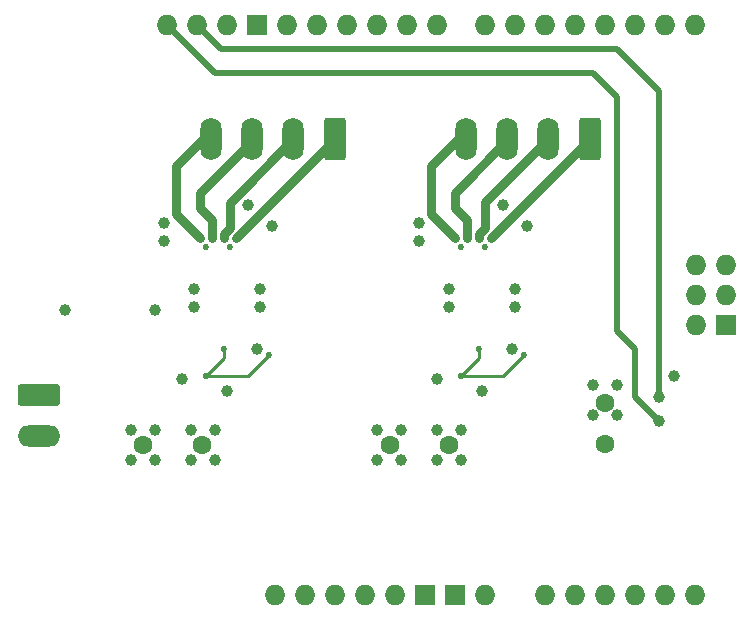
<source format=gbr>
%TF.GenerationSoftware,KiCad,Pcbnew,(7.0.0)*%
%TF.CreationDate,2023-03-01T19:42:45-06:00*%
%TF.ProjectId,TurretCtl,54757272-6574-4437-946c-2e6b69636164,rev?*%
%TF.SameCoordinates,Original*%
%TF.FileFunction,Copper,L4,Bot*%
%TF.FilePolarity,Positive*%
%FSLAX46Y46*%
G04 Gerber Fmt 4.6, Leading zero omitted, Abs format (unit mm)*
G04 Created by KiCad (PCBNEW (7.0.0)) date 2023-03-01 19:42:45*
%MOMM*%
%LPD*%
G01*
G04 APERTURE LIST*
G04 Aperture macros list*
%AMRoundRect*
0 Rectangle with rounded corners*
0 $1 Rounding radius*
0 $2 $3 $4 $5 $6 $7 $8 $9 X,Y pos of 4 corners*
0 Add a 4 corners polygon primitive as box body*
4,1,4,$2,$3,$4,$5,$6,$7,$8,$9,$2,$3,0*
0 Add four circle primitives for the rounded corners*
1,1,$1+$1,$2,$3*
1,1,$1+$1,$4,$5*
1,1,$1+$1,$6,$7*
1,1,$1+$1,$8,$9*
0 Add four rect primitives between the rounded corners*
20,1,$1+$1,$2,$3,$4,$5,0*
20,1,$1+$1,$4,$5,$6,$7,0*
20,1,$1+$1,$6,$7,$8,$9,0*
20,1,$1+$1,$8,$9,$2,$3,0*%
G04 Aperture macros list end*
%TA.AperFunction,ComponentPad*%
%ADD10RoundRect,0.250000X0.650000X1.550000X-0.650000X1.550000X-0.650000X-1.550000X0.650000X-1.550000X0*%
%TD*%
%TA.AperFunction,ComponentPad*%
%ADD11O,1.800000X3.600000*%
%TD*%
%TA.AperFunction,ComponentPad*%
%ADD12C,1.600000*%
%TD*%
%TA.AperFunction,ComponentPad*%
%ADD13RoundRect,0.250000X-1.550000X0.650000X-1.550000X-0.650000X1.550000X-0.650000X1.550000X0.650000X0*%
%TD*%
%TA.AperFunction,ComponentPad*%
%ADD14O,3.600000X1.800000*%
%TD*%
%TA.AperFunction,ComponentPad*%
%ADD15O,1.727200X1.727200*%
%TD*%
%TA.AperFunction,ComponentPad*%
%ADD16R,1.727200X1.727200*%
%TD*%
%TA.AperFunction,ViaPad*%
%ADD17C,1.000000*%
%TD*%
%TA.AperFunction,ViaPad*%
%ADD18C,0.530000*%
%TD*%
%TA.AperFunction,Conductor*%
%ADD19C,0.254000*%
%TD*%
%TA.AperFunction,Conductor*%
%ADD20C,0.508000*%
%TD*%
%TA.AperFunction,Conductor*%
%ADD21C,0.762000*%
%TD*%
G04 APERTURE END LIST*
D10*
%TO.P,J3,1,Pin_1*%
%TO.N,S2_AOUT1*%
X130810000Y-73152000D03*
D11*
%TO.P,J3,2,Pin_2*%
%TO.N,S2_AOUT2*%
X127309999Y-73151999D03*
%TO.P,J3,3,Pin_3*%
%TO.N,S2_BOUT2*%
X123809999Y-73151999D03*
%TO.P,J3,4,Pin_4*%
%TO.N,S2_BOUT1*%
X120309999Y-73151999D03*
%TD*%
D12*
%TO.P,C7,1*%
%TO.N,+12V*%
X113872000Y-99060000D03*
%TO.P,C7,2*%
%TO.N,GND*%
X118872000Y-99060000D03*
%TD*%
%TO.P,C12,1*%
%TO.N,+12V*%
X93020000Y-99060000D03*
%TO.P,C12,2*%
%TO.N,GND*%
X98020000Y-99060000D03*
%TD*%
D13*
%TO.P,J4,1,Pin_1*%
%TO.N,GND*%
X84212500Y-94825000D03*
D14*
%TO.P,J4,2,Pin_2*%
%TO.N,+12V*%
X84212499Y-98324999D03*
%TD*%
D12*
%TO.P,C15,1*%
%TO.N,+5V*%
X132080000Y-98980000D03*
%TO.P,C15,2*%
%TO.N,GND*%
X132080000Y-95480000D03*
%TD*%
D10*
%TO.P,J2,1,Pin_1*%
%TO.N,S1_AOUT1*%
X109220000Y-73152000D03*
D11*
%TO.P,J2,2,Pin_2*%
%TO.N,S1_AOUT2*%
X105719999Y-73151999D03*
%TO.P,J2,3,Pin_3*%
%TO.N,S1_BOUT2*%
X102219999Y-73151999D03*
%TO.P,J2,4,Pin_4*%
%TO.N,S1_BOUT1*%
X98719999Y-73151999D03*
%TD*%
D15*
%TO.P,XA1,*%
%TO.N,*%
X104139999Y-111759999D03*
%TO.P,XA1,3V3,3.3V*%
%TO.N,unconnected-(XA1-3.3V-Pad3V3)*%
X111759999Y-111759999D03*
%TO.P,XA1,5V1,5V*%
%TO.N,+5V*%
X114299999Y-111759999D03*
%TO.P,XA1,5V2,SPI_5V*%
%TO.N,unconnected-(XA1-SPI_5V-Pad5V2)*%
X142366999Y-83819999D03*
%TO.P,XA1,A0,A0*%
%TO.N,unconnected-(XA1-PadA0)*%
X126999999Y-111759999D03*
%TO.P,XA1,A1,A1*%
%TO.N,unconnected-(XA1-PadA1)*%
X129539999Y-111759999D03*
%TO.P,XA1,A2,A2*%
%TO.N,unconnected-(XA1-PadA2)*%
X132079999Y-111759999D03*
%TO.P,XA1,A3,A3*%
%TO.N,unconnected-(XA1-PadA3)*%
X134619999Y-111759999D03*
%TO.P,XA1,A4,A4*%
%TO.N,unconnected-(XA1-PadA4)*%
X137159999Y-111759999D03*
%TO.P,XA1,A5,A5*%
%TO.N,unconnected-(XA1-PadA5)*%
X139699999Y-111759999D03*
%TO.P,XA1,AREF,AREF*%
%TO.N,unconnected-(XA1-PadAREF)*%
X100075999Y-63499999D03*
%TO.P,XA1,D0,D0_RX0*%
%TO.N,unconnected-(XA1-D0_RX0-PadD0)*%
X139699999Y-63499999D03*
%TO.P,XA1,D1,D1_TX0*%
%TO.N,unconnected-(XA1-D1_TX0-PadD1)*%
X137159999Y-63499999D03*
%TO.P,XA1,D2,D2_INT0*%
%TO.N,S2_DIR*%
X134619999Y-63499999D03*
%TO.P,XA1,D3,D3_INT1*%
%TO.N,S2_STEP*%
X132079999Y-63499999D03*
%TO.P,XA1,D4,D4*%
%TO.N,S1_DIR*%
X129539999Y-63499999D03*
%TO.P,XA1,D5,D5*%
%TO.N,S1_STEP*%
X126999999Y-63499999D03*
%TO.P,XA1,D6,D6*%
%TO.N,unconnected-(XA1-PadD6)*%
X124459999Y-63499999D03*
%TO.P,XA1,D7,D7*%
%TO.N,unconnected-(XA1-PadD7)*%
X121919999Y-63499999D03*
%TO.P,XA1,D8,D8*%
%TO.N,unconnected-(XA1-PadD8)*%
X117855999Y-63499999D03*
%TO.P,XA1,D9,D9*%
%TO.N,unconnected-(XA1-PadD9)*%
X115315999Y-63499999D03*
%TO.P,XA1,D10,D10_CS*%
%TO.N,unconnected-(XA1-D10_CS-PadD10)*%
X112775999Y-63499999D03*
%TO.P,XA1,D11,D11*%
%TO.N,unconnected-(XA1-PadD11)*%
X110235999Y-63499999D03*
%TO.P,XA1,D12,D12*%
%TO.N,unconnected-(XA1-PadD12)*%
X107695999Y-63499999D03*
%TO.P,XA1,D13,D13*%
%TO.N,unconnected-(XA1-PadD13)*%
X105155999Y-63499999D03*
D16*
%TO.P,XA1,GND1,GND*%
%TO.N,GND*%
X102615999Y-63499999D03*
%TO.P,XA1,GND2,GND*%
X116839999Y-111759999D03*
%TO.P,XA1,GND3,GND*%
X119379999Y-111759999D03*
%TO.P,XA1,GND4,SPI_GND*%
%TO.N,unconnected-(XA1-SPI_GND-PadGND4)*%
X142366999Y-88899999D03*
D15*
%TO.P,XA1,IORF,IOREF*%
%TO.N,unconnected-(XA1-IOREF-PadIORF)*%
X106679999Y-111759999D03*
%TO.P,XA1,MISO,SPI_MISO*%
%TO.N,unconnected-(XA1-SPI_MISO-PadMISO)*%
X139826999Y-83819999D03*
%TO.P,XA1,MOSI,SPI_MOSI*%
%TO.N,unconnected-(XA1-SPI_MOSI-PadMOSI)*%
X142366999Y-86359999D03*
%TO.P,XA1,RST1,RESET*%
%TO.N,unconnected-(XA1-RESET-PadRST1)*%
X109219999Y-111759999D03*
%TO.P,XA1,RST2,SPI_RESET*%
%TO.N,unconnected-(XA1-SPI_RESET-PadRST2)*%
X139826999Y-88899999D03*
%TO.P,XA1,SCK,SPI_SCK*%
%TO.N,unconnected-(XA1-SPI_SCK-PadSCK)*%
X139826999Y-86359999D03*
%TO.P,XA1,SCL,SCL*%
%TO.N,SCL*%
X94995999Y-63499999D03*
%TO.P,XA1,SDA,SDA*%
%TO.N,SDA*%
X97535999Y-63499999D03*
%TO.P,XA1,VIN,VIN*%
%TO.N,+12V*%
X121919999Y-111759999D03*
%TD*%
D17*
%TO.N,+12V*%
X112776000Y-97790000D03*
X112776000Y-100330000D03*
X114808000Y-100330000D03*
X91948000Y-100330000D03*
X101854000Y-78740000D03*
X91948000Y-97790000D03*
X93980000Y-100330000D03*
X123444000Y-78702000D03*
X94742000Y-80264000D03*
X114808000Y-97790000D03*
X86360000Y-87630000D03*
X93980000Y-97790000D03*
X116332000Y-80226000D03*
D18*
%TO.N,GND*%
X119888000Y-82258000D03*
D17*
X124460000Y-87376000D03*
X119888000Y-100330000D03*
X102870000Y-87376000D03*
X125476000Y-80480000D03*
X117856000Y-93434000D03*
X133096000Y-96520000D03*
X96266000Y-93472000D03*
X121666000Y-94450000D03*
X94742000Y-81788000D03*
X117856000Y-100330000D03*
X124460000Y-85852000D03*
X97282000Y-87376000D03*
X102616000Y-90932000D03*
X116332000Y-81750000D03*
X137922000Y-93218000D03*
D18*
X100330000Y-82296000D03*
D17*
X103886000Y-80518000D03*
X93980000Y-87630000D03*
X100076000Y-94488000D03*
X131064000Y-93980000D03*
X97028000Y-100330000D03*
X133096000Y-93980000D03*
X119888000Y-97790000D03*
X118872000Y-85852000D03*
X117856000Y-97790000D03*
X99060000Y-100330000D03*
X124206000Y-90894000D03*
X131064000Y-96520000D03*
X102870000Y-85852000D03*
X99060000Y-97790000D03*
D18*
X98298000Y-82296000D03*
D17*
X118872000Y-87376000D03*
X97282000Y-85852000D03*
X97028000Y-97790000D03*
D18*
X121920000Y-82258000D03*
%TO.N,/Stepper1/DVDD*%
X99822000Y-90932000D03*
X103632000Y-91440000D03*
X98298000Y-93218000D03*
%TO.N,/Stepper2/DVDD*%
X125222000Y-91402000D03*
X121412000Y-90894000D03*
X119888000Y-93180000D03*
D17*
%TO.N,SCL*%
X136652000Y-97028000D03*
%TO.N,SDA*%
X136652000Y-94996000D03*
D18*
%TO.N,S1_AOUT1*%
X100838000Y-81534000D03*
%TO.N,S1_AOUT2*%
X99822000Y-81534000D03*
%TO.N,S1_BOUT2*%
X98806000Y-81534000D03*
%TO.N,S1_BOUT1*%
X97790000Y-81534000D03*
%TO.N,S2_AOUT1*%
X122428000Y-81496000D03*
%TO.N,S2_AOUT2*%
X121412000Y-81496000D03*
%TO.N,S2_BOUT2*%
X120396000Y-81496000D03*
%TO.N,S2_BOUT1*%
X119380000Y-81496000D03*
%TD*%
D19*
%TO.N,/Stepper1/DVDD*%
X98298000Y-93218000D02*
X101854000Y-93218000D01*
X98298000Y-93218000D02*
X99822000Y-91694000D01*
X99822000Y-91694000D02*
X99822000Y-90932000D01*
X101854000Y-93218000D02*
X103632000Y-91440000D01*
%TO.N,/Stepper2/DVDD*%
X121412000Y-91656000D02*
X121412000Y-90894000D01*
X119888000Y-93180000D02*
X121412000Y-91656000D01*
X119888000Y-93180000D02*
X123444000Y-93180000D01*
X123444000Y-93180000D02*
X125222000Y-91402000D01*
D20*
%TO.N,SCL*%
X134620000Y-94996000D02*
X136652000Y-97028000D01*
X134620000Y-90932000D02*
X134620000Y-94996000D01*
X133096000Y-89408000D02*
X134620000Y-90932000D01*
X99060000Y-67564000D02*
X131064000Y-67564000D01*
X94996000Y-63500000D02*
X99060000Y-67564000D01*
X133096000Y-69596000D02*
X133096000Y-89408000D01*
X131064000Y-67564000D02*
X133096000Y-69596000D01*
%TO.N,SDA*%
X136652000Y-94996000D02*
X136652000Y-69088000D01*
X99568000Y-65532000D02*
X97536000Y-63500000D01*
X136652000Y-69088000D02*
X133096000Y-65532000D01*
X133096000Y-65532000D02*
X99568000Y-65532000D01*
D21*
%TO.N,S1_AOUT1*%
X100838000Y-81534000D02*
X109220000Y-73152000D01*
%TO.N,S1_AOUT2*%
X99822000Y-81189526D02*
X100330000Y-80681526D01*
X99822000Y-81534000D02*
X99822000Y-81189526D01*
X100330000Y-80681526D02*
X100330000Y-78542000D01*
X100330000Y-78542000D02*
X105720000Y-73152000D01*
%TO.N,S1_BOUT2*%
X98806000Y-81534000D02*
X98806000Y-80010000D01*
X102220000Y-73294000D02*
X102220000Y-73152000D01*
X98806000Y-80010000D02*
X97790000Y-78994000D01*
X97790000Y-78994000D02*
X97790000Y-77724000D01*
X97790000Y-77724000D02*
X102220000Y-73294000D01*
%TO.N,S1_BOUT1*%
X98044000Y-73152000D02*
X98720000Y-73152000D01*
X95758000Y-79502000D02*
X95758000Y-75438000D01*
X97790000Y-81534000D02*
X95758000Y-79502000D01*
X95758000Y-75438000D02*
X98044000Y-73152000D01*
%TO.N,S2_AOUT1*%
X122428000Y-81496000D02*
X130810000Y-73114000D01*
%TO.N,S2_AOUT2*%
X121920000Y-80643526D02*
X121920000Y-78504000D01*
X121412000Y-81151526D02*
X121920000Y-80643526D01*
X121920000Y-78504000D02*
X127310000Y-73114000D01*
X121412000Y-81496000D02*
X121412000Y-81151526D01*
%TO.N,S2_BOUT2*%
X119380000Y-77686000D02*
X123810000Y-73256000D01*
X120396000Y-81496000D02*
X120396000Y-79972000D01*
X119380000Y-78956000D02*
X119380000Y-77686000D01*
X123810000Y-73256000D02*
X123810000Y-73114000D01*
X120396000Y-79972000D02*
X119380000Y-78956000D01*
%TO.N,S2_BOUT1*%
X119380000Y-81496000D02*
X117348000Y-79464000D01*
X117348000Y-75400000D02*
X119634000Y-73114000D01*
X119634000Y-73114000D02*
X120310000Y-73114000D01*
X117348000Y-79464000D02*
X117348000Y-75400000D01*
%TD*%
M02*

</source>
